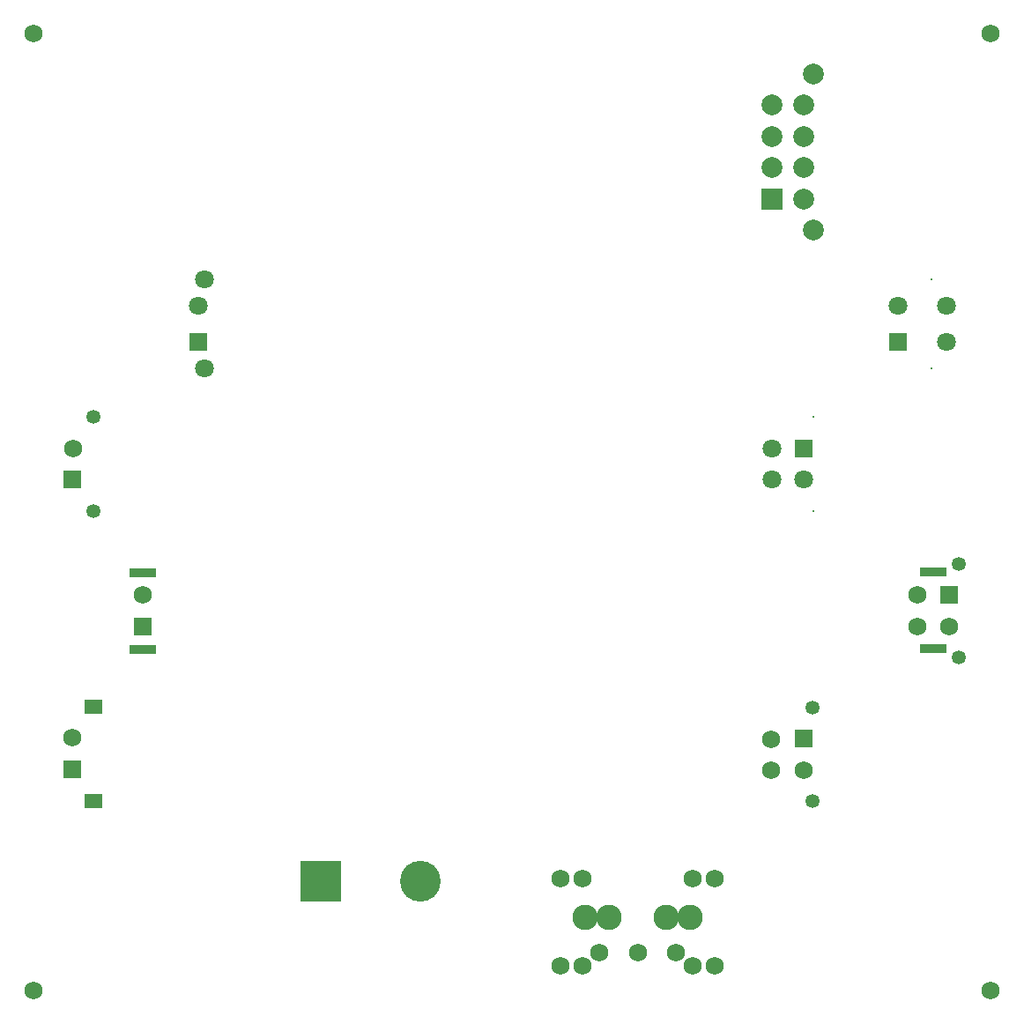
<source format=gbs>
G04*
G04 #@! TF.GenerationSoftware,Altium Limited,Altium Designer,19.1.9 (167)*
G04*
G04 Layer_Color=16711935*
%FSLAX25Y25*%
%MOIN*%
G70*
G01*
G75*
%ADD21R,0.15400X0.15400*%
%ADD22C,0.15400*%
%ADD23R,0.06800X0.06800*%
%ADD24C,0.06800*%
%ADD25R,0.06800X0.05800*%
%ADD26R,0.10300X0.03800*%
%ADD27C,0.05300*%
%ADD28C,0.09658*%
%ADD29C,0.00800*%
%ADD30R,0.07099X0.07099*%
%ADD31C,0.07099*%
%ADD32R,0.10300X0.03300*%
%ADD33C,0.07887*%
%ADD34R,0.07887X0.07887*%
D21*
X124480Y57000D02*
D03*
D22*
X162000D02*
D03*
D23*
X30512Y99415D02*
D03*
X57087Y153354D02*
D03*
X30609Y209166D02*
D03*
X362205Y165543D02*
D03*
X307000Y111000D02*
D03*
D24*
X30512Y111315D02*
D03*
X57087Y165354D02*
D03*
X30709Y220866D02*
D03*
X265158Y58268D02*
D03*
X273425D02*
D03*
X265158Y25000D02*
D03*
X273425D02*
D03*
X223425Y58268D02*
D03*
X215158D02*
D03*
Y25000D02*
D03*
X258661Y30020D02*
D03*
X244291D02*
D03*
X229921D02*
D03*
X223425Y25000D02*
D03*
X15748Y377953D02*
D03*
X377953D02*
D03*
Y15748D02*
D03*
X15748D02*
D03*
X362205Y153543D02*
D03*
X350005D02*
D03*
Y165543D02*
D03*
X294900Y110900D02*
D03*
X294800Y99000D02*
D03*
X307000D02*
D03*
D25*
X38612Y123015D02*
D03*
X38512Y87615D02*
D03*
D26*
X57087Y173854D02*
D03*
Y144854D02*
D03*
D27*
X38609Y232666D02*
D03*
Y197266D02*
D03*
X365705Y177243D02*
D03*
Y141843D02*
D03*
X310500Y87300D02*
D03*
Y122700D02*
D03*
D28*
X233465Y43307D02*
D03*
X224410D02*
D03*
X255118D02*
D03*
X264173D02*
D03*
D29*
X355410Y284622D02*
D03*
Y251157D02*
D03*
X310701Y197189D02*
D03*
X310701Y232622D02*
D03*
D30*
X342890Y261000D02*
D03*
X78000D02*
D03*
X307000Y220811D02*
D03*
D31*
X342890Y274780D02*
D03*
X361000D02*
D03*
Y261000D02*
D03*
X78000Y274780D02*
D03*
X80480Y251157D02*
D03*
Y284622D02*
D03*
X295189Y220811D02*
D03*
Y209000D02*
D03*
X307000D02*
D03*
D32*
X356005Y145043D02*
D03*
Y174043D02*
D03*
D33*
X307000Y350622D02*
D03*
Y338811D02*
D03*
Y327000D02*
D03*
Y315189D02*
D03*
X295189Y350622D02*
D03*
Y338811D02*
D03*
Y327000D02*
D03*
X310701Y362433D02*
D03*
Y303378D02*
D03*
D34*
X295189Y315189D02*
D03*
M02*

</source>
